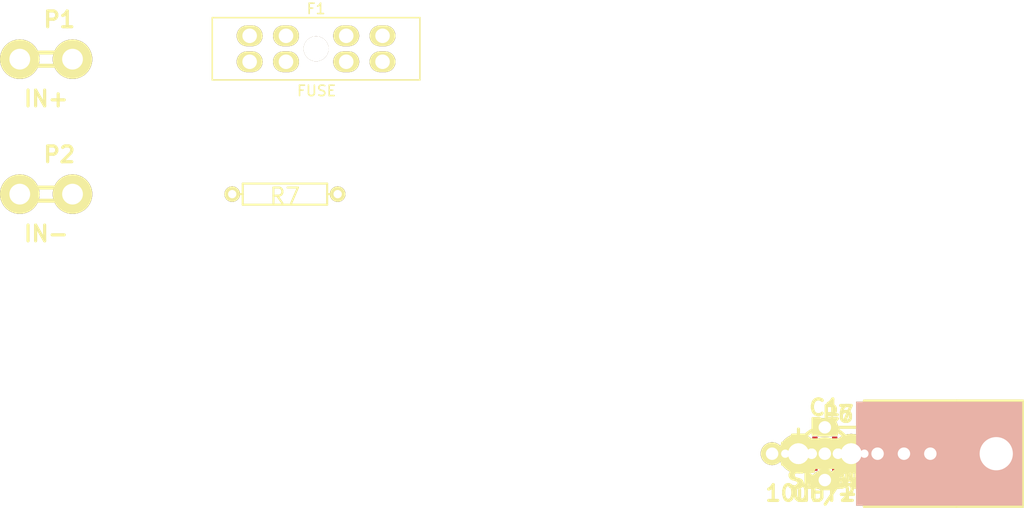
<source format=kicad_pcb>
(kicad_pcb (version 3) (host pcbnew "(2013-07-07 BZR 4022)-stable")

  (general
    (links 41)
    (no_connects 34)
    (area 0 0 0 0)
    (thickness 1.6)
    (drawings 0)
    (tracks 0)
    (zones 0)
    (modules 20)
    (nets 12)
  )

  (page A3)
  (layers
    (15 F.Cu signal)
    (0 B.Cu signal)
    (16 B.Adhes user)
    (17 F.Adhes user)
    (18 B.Paste user)
    (19 F.Paste user)
    (20 B.SilkS user)
    (21 F.SilkS user)
    (22 B.Mask user)
    (23 F.Mask user)
    (24 Dwgs.User user)
    (25 Cmts.User user)
    (26 Eco1.User user)
    (27 Eco2.User user)
    (28 Edge.Cuts user)
  )

  (setup
    (last_trace_width 0.254)
    (trace_clearance 0.254)
    (zone_clearance 0.508)
    (zone_45_only no)
    (trace_min 0.254)
    (segment_width 0.2)
    (edge_width 0.1)
    (via_size 0.889)
    (via_drill 0.635)
    (via_min_size 0.889)
    (via_min_drill 0.508)
    (uvia_size 0.508)
    (uvia_drill 0.127)
    (uvias_allowed no)
    (uvia_min_size 0.508)
    (uvia_min_drill 0.127)
    (pcb_text_width 0.3)
    (pcb_text_size 1.5 1.5)
    (mod_edge_width 0.15)
    (mod_text_size 1 1)
    (mod_text_width 0.15)
    (pad_size 2.2 2.2)
    (pad_drill 1.2)
    (pad_to_mask_clearance 0)
    (aux_axis_origin 0 0)
    (visible_elements 7FFFFFFF)
    (pcbplotparams
      (layerselection 3178497)
      (usegerberextensions true)
      (excludeedgelayer true)
      (linewidth 0.150000)
      (plotframeref false)
      (viasonmask false)
      (mode 1)
      (useauxorigin false)
      (hpglpennumber 1)
      (hpglpenspeed 20)
      (hpglpendiameter 15)
      (hpglpenoverlay 2)
      (psnegative false)
      (psa4output false)
      (plotreference true)
      (plotvalue true)
      (plotothertext true)
      (plotinvisibletext false)
      (padsonsilk false)
      (subtractmaskfromsilk false)
      (outputformat 1)
      (mirror false)
      (drillshape 1)
      (scaleselection 1)
      (outputdirectory ""))
  )

  (net 0 "")
  (net 1 N-000001)
  (net 2 N-0000010)
  (net 3 N-0000011)
  (net 4 N-000002)
  (net 5 N-000003)
  (net 6 N-000004)
  (net 7 N-000005)
  (net 8 N-000006)
  (net 9 N-000007)
  (net 10 N-000008)
  (net 11 N-000009)

  (net_class Default "This is the default net class."
    (clearance 0.254)
    (trace_width 0.254)
    (via_dia 0.889)
    (via_drill 0.635)
    (uvia_dia 0.508)
    (uvia_drill 0.127)
    (add_net "")
    (add_net N-000001)
    (add_net N-0000010)
    (add_net N-0000011)
    (add_net N-000002)
    (add_net N-000003)
    (add_net N-000004)
    (add_net N-000005)
    (add_net N-000006)
    (add_net N-000007)
    (add_net N-000008)
    (add_net N-000009)
  )

  (module TO220 (layer F.Cu) (tedit 525AD924) (tstamp 53DD9E71)
    (at 211 152)
    (descr "Transistor TO 220")
    (tags "TR TO220 DEV")
    (path /53CF3B42)
    (fp_text reference Q1 (at 6.985 0 90) (layer F.SilkS)
      (effects (font (size 1.016 1.016) (thickness 0.2032)))
    )
    (fp_text value IRFZ44VBF (at 10.795 0 90) (layer F.SilkS)
      (effects (font (size 1.016 1.016) (thickness 0.2032)))
    )
    (fp_line (start 0 2.54) (end 3.81 2.54) (layer F.SilkS) (width 0.3))
    (fp_line (start 0 0) (end 3.81 0) (layer F.SilkS) (width 0.3))
    (fp_line (start 0 -2.54) (end 3.81 -2.54) (layer F.SilkS) (width 0.3))
    (fp_line (start 3.81 5.08) (end 19.05 5.08) (layer F.SilkS) (width 0.3048))
    (fp_line (start 19.05 5.08) (end 19.05 -5.08) (layer F.SilkS) (width 0.3048))
    (fp_line (start 19.05 -5.08) (end 3.81 -5.08) (layer F.SilkS) (width 0.3048))
    (fp_line (start 3.81 -5.08) (end 3.81 5.08) (layer F.SilkS) (width 0.3048))
    (fp_line (start 12.7 3.81) (end 12.7 -5.08) (layer F.SilkS) (width 0.3048))
    (fp_line (start 12.7 3.81) (end 12.7 5.08) (layer F.SilkS) (width 0.3048))
    (pad 3 thru_hole oval (at 0 2.54) (size 2.54 1.778) (drill 1.2)
      (layers *.Cu *.Mask F.SilkS)
      (net 8 N-000006)
    )
    (pad 4 thru_hole rect (at 16.51 0) (size 16 10) (drill 3.2 (offset -5.5 0))
      (layers *.SilkS *.Mask F.Cu)
    )
    (pad 1 thru_hole oval (at 0 -2.54) (size 2.54 1.778) (drill 1.2)
      (layers *.Cu *.Mask F.SilkS)
      (net 1 N-000001)
    )
    (pad 2 thru_hole oval (at 0 0) (size 2.54 1.778) (drill 1.2)
      (layers *.Cu *.Mask F.SilkS)
      (net 9 N-000007)
    )
    (model discret/to220_horiz.wrl
      (at (xyz 0 0 0))
      (scale (xyz 1 1 1))
      (rotate (xyz 0 0 0))
    )
  )

  (module SOT23-5 (layer F.Cu) (tedit 4ECF78EF) (tstamp 53DD9E7E)
    (at 211 152)
    (path /53CF33FA)
    (attr smd)
    (fp_text reference U1 (at 2.19964 -0.29972 90) (layer F.SilkS)
      (effects (font (size 0.635 0.635) (thickness 0.127)))
    )
    (fp_text value INA168 (at 0 0) (layer F.SilkS)
      (effects (font (size 0.635 0.635) (thickness 0.127)))
    )
    (fp_line (start 1.524 -0.889) (end 1.524 0.889) (layer F.SilkS) (width 0.127))
    (fp_line (start 1.524 0.889) (end -1.524 0.889) (layer F.SilkS) (width 0.127))
    (fp_line (start -1.524 0.889) (end -1.524 -0.889) (layer F.SilkS) (width 0.127))
    (fp_line (start -1.524 -0.889) (end 1.524 -0.889) (layer F.SilkS) (width 0.127))
    (pad 1 smd rect (at -0.9525 1.27) (size 0.508 0.762)
      (layers F.Cu F.Paste F.Mask)
      (net 5 N-000003)
    )
    (pad 3 smd rect (at 0.9525 1.27) (size 0.508 0.762)
      (layers F.Cu F.Paste F.Mask)
      (net 3 N-0000011)
    )
    (pad 5 smd rect (at -0.9525 -1.27) (size 0.508 0.762)
      (layers F.Cu F.Paste F.Mask)
      (net 6 N-000004)
    )
    (pad 2 smd rect (at 0 1.27) (size 0.508 0.762)
      (layers F.Cu F.Paste F.Mask)
      (net 8 N-000006)
    )
    (pad 4 smd rect (at 0.9525 -1.27) (size 0.508 0.762)
      (layers F.Cu F.Paste F.Mask)
      (net 10 N-000008)
    )
    (model smd/SOT23_5.wrl
      (at (xyz 0 0 0))
      (scale (xyz 0.1 0.1 0.1))
      (rotate (xyz 0 0 0))
    )
  )

  (module R4_5_6 (layer F.Cu) (tedit 53D87375) (tstamp 53DD9E8D)
    (at 211 152)
    (descr "Resitance 4 pas")
    (tags R)
    (path /53CDE5FF)
    (autoplace_cost180 10)
    (fp_text reference R3 (at 0 0) (layer F.SilkS)
      (effects (font (size 1.397 1.27) (thickness 0.2032)))
    )
    (fp_text value R005/1W (at 0 0) (layer F.SilkS) hide
      (effects (font (size 1.397 1.27) (thickness 0.2032)))
    )
    (fp_line (start -5.08 0) (end -4.064 0) (layer F.SilkS) (width 0.3048))
    (fp_line (start -4.064 0) (end -4.064 -1.016) (layer F.SilkS) (width 0.3048))
    (fp_line (start -4.064 -1.016) (end 9.144 -1.016) (layer F.SilkS) (width 0.3048))
    (fp_line (start 9.144 -1.016) (end 9.144 1.016) (layer F.SilkS) (width 0.3048))
    (fp_line (start 9.144 1.016) (end -4.064 1.016) (layer F.SilkS) (width 0.3048))
    (fp_line (start -4.064 1.016) (end -4.064 0) (layer F.SilkS) (width 0.3048))
    (fp_line (start 10.16 0) (end 9.144 0) (layer F.SilkS) (width 0.3048))
    (pad 1 thru_hole circle (at -5.08 0) (size 2.2 2.2) (drill 1.2)
      (layers *.Cu *.Mask F.SilkS)
      (net 3 N-0000011)
    )
    (pad 2 thru_hole circle (at 5.08 0) (size 2.2 2.2) (drill 1.2)
      (layers *.Cu *.Mask F.SilkS)
      (net 10 N-000008)
    )
    (pad 2 thru_hole circle (at 7.62 0) (size 2.2 2.2) (drill 1.2)
      (layers *.Cu *.Mask F.SilkS)
      (net 10 N-000008)
    )
    (pad 2 thru_hole circle (at 10.16 0) (size 2.2 2.2) (drill 1.2)
      (layers *.Cu *.Mask F.SilkS)
      (net 10 N-000008)
    )
    (model discret/resistor.wrl
      (at (xyz 0 0 0))
      (scale (xyz 0.4 0.4 0.4))
      (rotate (xyz 0 0 0))
    )
  )

  (module R4 (layer F.Cu) (tedit 52119F90) (tstamp 53DD9E9A)
    (at 159 127)
    (descr "Resitance 4 pas")
    (tags R)
    (path /53D720B3)
    (autoplace_cost180 10)
    (fp_text reference R7 (at 0 0.18) (layer F.SilkS)
      (effects (font (size 1.5 1.5) (thickness 0.2032)))
    )
    (fp_text value "6K8 (48V)" (at 0 0) (layer F.SilkS) hide
      (effects (font (size 1.397 1.27) (thickness 0.2032)))
    )
    (fp_line (start -5.08 0) (end -4.064 0) (layer F.SilkS) (width 0.2))
    (fp_line (start -4.064 0) (end -4.064 -1.016) (layer F.SilkS) (width 0.2))
    (fp_line (start -4.064 -1.016) (end 4.064 -1.016) (layer F.SilkS) (width 0.2))
    (fp_line (start 4.064 -1.016) (end 4.064 1.016) (layer F.SilkS) (width 0.2))
    (fp_line (start 4.064 1.016) (end -4.064 1.016) (layer F.SilkS) (width 0.2))
    (fp_line (start -4.064 1.016) (end -4.064 0) (layer F.SilkS) (width 0.2))
    (fp_line (start 5.08 0) (end 4.064 0) (layer F.SilkS) (width 0.2))
    (pad 1 thru_hole circle (at -5.08 0) (size 1.5 1.5) (drill 0.8001)
      (layers *.Cu *.Mask F.SilkS)
      (net 3 N-0000011)
    )
    (pad 2 thru_hole circle (at 5.08 0) (size 1.5 1.5) (drill 0.8001)
      (layers *.Cu *.Mask F.SilkS)
      (net 6 N-000004)
    )
    (model discret/resistor.wrl
      (at (xyz 0 0 0))
      (scale (xyz 0.4 0.4 0.4))
      (rotate (xyz 0 0 0))
    )
  )

  (module R4 (layer F.Cu) (tedit 52119F90) (tstamp 53DD9EA7)
    (at 211 152)
    (descr "Resitance 4 pas")
    (tags R)
    (path /53CF3571)
    (autoplace_cost180 10)
    (fp_text reference R1 (at 0 0.18) (layer F.SilkS)
      (effects (font (size 1.5 1.5) (thickness 0.2032)))
    )
    (fp_text value 10K (at 0 0) (layer F.SilkS) hide
      (effects (font (size 1.397 1.27) (thickness 0.2032)))
    )
    (fp_line (start -5.08 0) (end -4.064 0) (layer F.SilkS) (width 0.2))
    (fp_line (start -4.064 0) (end -4.064 -1.016) (layer F.SilkS) (width 0.2))
    (fp_line (start -4.064 -1.016) (end 4.064 -1.016) (layer F.SilkS) (width 0.2))
    (fp_line (start 4.064 -1.016) (end 4.064 1.016) (layer F.SilkS) (width 0.2))
    (fp_line (start 4.064 1.016) (end -4.064 1.016) (layer F.SilkS) (width 0.2))
    (fp_line (start -4.064 1.016) (end -4.064 0) (layer F.SilkS) (width 0.2))
    (fp_line (start 5.08 0) (end 4.064 0) (layer F.SilkS) (width 0.2))
    (pad 1 thru_hole circle (at -5.08 0) (size 1.5 1.5) (drill 0.8001)
      (layers *.Cu *.Mask F.SilkS)
      (net 3 N-0000011)
    )
    (pad 2 thru_hole circle (at 5.08 0) (size 1.5 1.5) (drill 0.8001)
      (layers *.Cu *.Mask F.SilkS)
      (net 7 N-000005)
    )
    (model discret/resistor.wrl
      (at (xyz 0 0 0))
      (scale (xyz 0.4 0.4 0.4))
      (rotate (xyz 0 0 0))
    )
  )

  (module R4 (layer F.Cu) (tedit 52119F90) (tstamp 53DD9EB4)
    (at 211 152)
    (descr "Resitance 4 pas")
    (tags R)
    (path /53CDE53F)
    (autoplace_cost180 10)
    (fp_text reference R5 (at 0 0.18) (layer F.SilkS)
      (effects (font (size 1.5 1.5) (thickness 0.2032)))
    )
    (fp_text value 10R (at 0 0) (layer F.SilkS) hide
      (effects (font (size 1.397 1.27) (thickness 0.2032)))
    )
    (fp_line (start -5.08 0) (end -4.064 0) (layer F.SilkS) (width 0.2))
    (fp_line (start -4.064 0) (end -4.064 -1.016) (layer F.SilkS) (width 0.2))
    (fp_line (start -4.064 -1.016) (end 4.064 -1.016) (layer F.SilkS) (width 0.2))
    (fp_line (start 4.064 -1.016) (end 4.064 1.016) (layer F.SilkS) (width 0.2))
    (fp_line (start 4.064 1.016) (end -4.064 1.016) (layer F.SilkS) (width 0.2))
    (fp_line (start -4.064 1.016) (end -4.064 0) (layer F.SilkS) (width 0.2))
    (fp_line (start 5.08 0) (end 4.064 0) (layer F.SilkS) (width 0.2))
    (pad 1 thru_hole circle (at -5.08 0) (size 1.5 1.5) (drill 0.8001)
      (layers *.Cu *.Mask F.SilkS)
      (net 1 N-000001)
    )
    (pad 2 thru_hole circle (at 5.08 0) (size 1.5 1.5) (drill 0.8001)
      (layers *.Cu *.Mask F.SilkS)
      (net 4 N-000002)
    )
    (model discret/resistor.wrl
      (at (xyz 0 0 0))
      (scale (xyz 0.4 0.4 0.4))
      (rotate (xyz 0 0 0))
    )
  )

  (module R4 (layer F.Cu) (tedit 52119F90) (tstamp 53DD9EC1)
    (at 211 152)
    (descr "Resitance 4 pas")
    (tags R)
    (path /53CDE551)
    (autoplace_cost180 10)
    (fp_text reference R6 (at 0 0.18) (layer F.SilkS)
      (effects (font (size 1.5 1.5) (thickness 0.2032)))
    )
    (fp_text value 100K (at 0 0) (layer F.SilkS) hide
      (effects (font (size 1.397 1.27) (thickness 0.2032)))
    )
    (fp_line (start -5.08 0) (end -4.064 0) (layer F.SilkS) (width 0.2))
    (fp_line (start -4.064 0) (end -4.064 -1.016) (layer F.SilkS) (width 0.2))
    (fp_line (start -4.064 -1.016) (end 4.064 -1.016) (layer F.SilkS) (width 0.2))
    (fp_line (start 4.064 -1.016) (end 4.064 1.016) (layer F.SilkS) (width 0.2))
    (fp_line (start 4.064 1.016) (end -4.064 1.016) (layer F.SilkS) (width 0.2))
    (fp_line (start -4.064 1.016) (end -4.064 0) (layer F.SilkS) (width 0.2))
    (fp_line (start 5.08 0) (end 4.064 0) (layer F.SilkS) (width 0.2))
    (pad 1 thru_hole circle (at -5.08 0) (size 1.5 1.5) (drill 0.8001)
      (layers *.Cu *.Mask F.SilkS)
      (net 8 N-000006)
    )
    (pad 2 thru_hole circle (at 5.08 0) (size 1.5 1.5) (drill 0.8001)
      (layers *.Cu *.Mask F.SilkS)
      (net 4 N-000002)
    )
    (model discret/resistor.wrl
      (at (xyz 0 0 0))
      (scale (xyz 0.4 0.4 0.4))
      (rotate (xyz 0 0 0))
    )
  )

  (module R4 (layer F.Cu) (tedit 52119F90) (tstamp 53DD9ECE)
    (at 211 152)
    (descr "Resitance 4 pas")
    (tags R)
    (path /53CF3429)
    (autoplace_cost180 10)
    (fp_text reference R4 (at 0 0.18) (layer F.SilkS)
      (effects (font (size 1.5 1.5) (thickness 0.2032)))
    )
    (fp_text value 100K (at 0 0) (layer F.SilkS) hide
      (effects (font (size 1.397 1.27) (thickness 0.2032)))
    )
    (fp_line (start -5.08 0) (end -4.064 0) (layer F.SilkS) (width 0.2))
    (fp_line (start -4.064 0) (end -4.064 -1.016) (layer F.SilkS) (width 0.2))
    (fp_line (start -4.064 -1.016) (end 4.064 -1.016) (layer F.SilkS) (width 0.2))
    (fp_line (start 4.064 -1.016) (end 4.064 1.016) (layer F.SilkS) (width 0.2))
    (fp_line (start 4.064 1.016) (end -4.064 1.016) (layer F.SilkS) (width 0.2))
    (fp_line (start -4.064 1.016) (end -4.064 0) (layer F.SilkS) (width 0.2))
    (fp_line (start 5.08 0) (end 4.064 0) (layer F.SilkS) (width 0.2))
    (pad 1 thru_hole circle (at -5.08 0) (size 1.5 1.5) (drill 0.8001)
      (layers *.Cu *.Mask F.SilkS)
      (net 5 N-000003)
    )
    (pad 2 thru_hole circle (at 5.08 0) (size 1.5 1.5) (drill 0.8001)
      (layers *.Cu *.Mask F.SilkS)
      (net 8 N-000006)
    )
    (model discret/resistor.wrl
      (at (xyz 0 0 0))
      (scale (xyz 0.4 0.4 0.4))
      (rotate (xyz 0 0 0))
    )
  )

  (module R4 (layer F.Cu) (tedit 52119F90) (tstamp 53DD9EDB)
    (at 211 152)
    (descr "Resitance 4 pas")
    (tags R)
    (path /53CF353A)
    (autoplace_cost180 10)
    (fp_text reference R2 (at 0 0.18) (layer F.SilkS)
      (effects (font (size 1.5 1.5) (thickness 0.2032)))
    )
    (fp_text value 10K (at 0 0) (layer F.SilkS) hide
      (effects (font (size 1.397 1.27) (thickness 0.2032)))
    )
    (fp_line (start -5.08 0) (end -4.064 0) (layer F.SilkS) (width 0.2))
    (fp_line (start -4.064 0) (end -4.064 -1.016) (layer F.SilkS) (width 0.2))
    (fp_line (start -4.064 -1.016) (end 4.064 -1.016) (layer F.SilkS) (width 0.2))
    (fp_line (start 4.064 -1.016) (end 4.064 1.016) (layer F.SilkS) (width 0.2))
    (fp_line (start 4.064 1.016) (end -4.064 1.016) (layer F.SilkS) (width 0.2))
    (fp_line (start -4.064 1.016) (end -4.064 0) (layer F.SilkS) (width 0.2))
    (fp_line (start 5.08 0) (end 4.064 0) (layer F.SilkS) (width 0.2))
    (pad 1 thru_hole circle (at -5.08 0) (size 1.5 1.5) (drill 0.8001)
      (layers *.Cu *.Mask F.SilkS)
      (net 11 N-000009)
    )
    (pad 2 thru_hole circle (at 5.08 0) (size 1.5 1.5) (drill 0.8001)
      (layers *.Cu *.Mask F.SilkS)
      (net 3 N-0000011)
    )
    (model discret/resistor.wrl
      (at (xyz 0 0 0))
      (scale (xyz 0.4 0.4 0.4))
      (rotate (xyz 0 0 0))
    )
  )

  (module LED3 (layer F.Cu) (tedit 52119A71) (tstamp 53DD9EE5)
    (at 211 152)
    (path /53CF3580)
    (fp_text reference D1 (at 0 -2.5) (layer F.SilkS)
      (effects (font (size 1.5 1.5) (thickness 0.2)))
    )
    (fp_text value LED (at 0 3) (layer F.SilkS) hide
      (effects (font (size 1.5 1.5) (thickness 0.2)))
    )
    (fp_line (start 1 1.5) (end 2 1.5) (layer F.SilkS) (width 0.2))
    (fp_line (start -1.5 1) (end -1.5 2) (layer F.SilkS) (width 0.2))
    (fp_line (start -2 1.5) (end -1 1.5) (layer F.SilkS) (width 0.2))
    (fp_circle (center 0 0) (end -1.5 0) (layer F.SilkS) (width 0.2))
    (pad 1 thru_hole circle (at -1.27 0) (size 1.5 1.5) (drill 0.8)
      (layers *.Cu *.Mask F.SilkS)
      (net 11 N-000009)
    )
    (pad 2 thru_hole circle (at 1.27 0) (size 1.5 1.5) (drill 0.8)
      (layers *.Cu *.Mask F.SilkS)
      (net 9 N-000007)
    )
  )

  (module HEADER_6.3 (layer F.Cu) (tedit 4AD451B5) (tstamp 53DD9EEF)
    (at 136 114)
    (path /53CDE287)
    (fp_text reference P1 (at 1.27 -3.81) (layer F.SilkS)
      (effects (font (size 1.524 1.524) (thickness 0.3048)))
    )
    (fp_text value IN+ (at 0 3.81) (layer F.SilkS)
      (effects (font (size 1.524 1.524) (thickness 0.3048)))
    )
    (fp_line (start 3.175 0.635) (end -3.175 0.635) (layer F.SilkS) (width 0.381))
    (fp_line (start -3.175 -0.635) (end 3.175 -0.635) (layer F.SilkS) (width 0.381))
    (fp_line (start -3.175 -0.635) (end -3.175 0.635) (layer F.SilkS) (width 0.381))
    (fp_line (start 3.175 0.635) (end 3.175 -0.635) (layer F.SilkS) (width 0.381))
    (pad 1 thru_hole circle (at -2.54 0) (size 3.81 3.81) (drill 1.99898)
      (layers *.Cu *.Mask F.SilkS)
      (net 2 N-0000010)
    )
    (pad 1 thru_hole circle (at 2.54 0) (size 3.81 3.81) (drill 1.99898)
      (layers *.Cu *.Mask F.SilkS)
      (net 2 N-0000010)
    )
  )

  (module HEADER_6.3 (layer F.Cu) (tedit 4AD451B5) (tstamp 53DD9EF9)
    (at 136 127)
    (path /53CDE2B8)
    (fp_text reference P2 (at 1.27 -3.81) (layer F.SilkS)
      (effects (font (size 1.524 1.524) (thickness 0.3048)))
    )
    (fp_text value IN- (at 0 3.81) (layer F.SilkS)
      (effects (font (size 1.524 1.524) (thickness 0.3048)))
    )
    (fp_line (start 3.175 0.635) (end -3.175 0.635) (layer F.SilkS) (width 0.381))
    (fp_line (start -3.175 -0.635) (end 3.175 -0.635) (layer F.SilkS) (width 0.381))
    (fp_line (start -3.175 -0.635) (end -3.175 0.635) (layer F.SilkS) (width 0.381))
    (fp_line (start 3.175 0.635) (end 3.175 -0.635) (layer F.SilkS) (width 0.381))
    (pad 1 thru_hole circle (at -2.54 0) (size 3.81 3.81) (drill 1.99898)
      (layers *.Cu *.Mask F.SilkS)
      (net 8 N-000006)
    )
    (pad 1 thru_hole circle (at 2.54 0) (size 3.81 3.81) (drill 1.99898)
      (layers *.Cu *.Mask F.SilkS)
      (net 8 N-000006)
    )
  )

  (module HEADER_6.3 (layer F.Cu) (tedit 4AD451B5) (tstamp 53DD9F03)
    (at 211 152)
    (path /53CDE2A9)
    (fp_text reference P7 (at 1.27 -3.81) (layer F.SilkS)
      (effects (font (size 1.524 1.524) (thickness 0.3048)))
    )
    (fp_text value OUT- (at 0 3.81) (layer F.SilkS)
      (effects (font (size 1.524 1.524) (thickness 0.3048)))
    )
    (fp_line (start 3.175 0.635) (end -3.175 0.635) (layer F.SilkS) (width 0.381))
    (fp_line (start -3.175 -0.635) (end 3.175 -0.635) (layer F.SilkS) (width 0.381))
    (fp_line (start -3.175 -0.635) (end -3.175 0.635) (layer F.SilkS) (width 0.381))
    (fp_line (start 3.175 0.635) (end 3.175 -0.635) (layer F.SilkS) (width 0.381))
    (pad 1 thru_hole circle (at -2.54 0) (size 3.81 3.81) (drill 1.99898)
      (layers *.Cu *.Mask F.SilkS)
      (net 9 N-000007)
    )
    (pad 1 thru_hole circle (at 2.54 0) (size 3.81 3.81) (drill 1.99898)
      (layers *.Cu *.Mask F.SilkS)
      (net 9 N-000007)
    )
  )

  (module HEADER_6.3 (layer F.Cu) (tedit 4AD451B5) (tstamp 53DD9F0D)
    (at 211 152)
    (path /53CDE29A)
    (fp_text reference P6 (at 1.27 -3.81) (layer F.SilkS)
      (effects (font (size 1.524 1.524) (thickness 0.3048)))
    )
    (fp_text value OUT+ (at 0 3.81) (layer F.SilkS)
      (effects (font (size 1.524 1.524) (thickness 0.3048)))
    )
    (fp_line (start 3.175 0.635) (end -3.175 0.635) (layer F.SilkS) (width 0.381))
    (fp_line (start -3.175 -0.635) (end 3.175 -0.635) (layer F.SilkS) (width 0.381))
    (fp_line (start -3.175 -0.635) (end -3.175 0.635) (layer F.SilkS) (width 0.381))
    (fp_line (start 3.175 0.635) (end 3.175 -0.635) (layer F.SilkS) (width 0.381))
    (pad 1 thru_hole circle (at -2.54 0) (size 3.81 3.81) (drill 1.99898)
      (layers *.Cu *.Mask F.SilkS)
      (net 10 N-000008)
    )
    (pad 1 thru_hole circle (at 2.54 0) (size 3.81 3.81) (drill 1.99898)
      (layers *.Cu *.Mask F.SilkS)
      (net 10 N-000008)
    )
  )

  (module HDR-2 (layer F.Cu) (tedit 51CBC256) (tstamp 53DD9F17)
    (at 211 152)
    (path /53CF35CD)
    (fp_text reference P3 (at 0 -2.54) (layer F.SilkS)
      (effects (font (size 1.524 1.524) (thickness 0.3048)))
    )
    (fp_text value LED (at 0 2.54) (layer F.SilkS)
      (effects (font (size 1.524 1.524) (thickness 0.3048)))
    )
    (fp_line (start -2.54 1.27) (end 2.54 1.27) (layer F.SilkS) (width 0.39878))
    (fp_line (start -2.54 -1.27) (end 2.54 -1.27) (layer F.SilkS) (width 0.39878))
    (fp_line (start 2.54 -1.27) (end 2.54 1.27) (layer F.SilkS) (width 0.39878))
    (fp_line (start -2.54 -1.27) (end -2.54 1.27) (layer F.SilkS) (width 0.381))
    (pad 1 thru_hole circle (at -1.27 0) (size 1.69926 1.69926) (drill 1.00076)
      (layers *.Cu *.Mask F.SilkS)
      (net 7 N-000005)
    )
    (pad 2 thru_hole circle (at 1.27 0) (size 1.69926 1.69926) (drill 1.00076)
      (layers *.Cu *.Mask F.SilkS)
      (net 9 N-000007)
    )
  )

  (module HDR-2 (layer F.Cu) (tedit 51CBC256) (tstamp 53DD9F21)
    (at 211 152)
    (path /53CF3644)
    (fp_text reference P4 (at 0 -2.54) (layer F.SilkS)
      (effects (font (size 1.524 1.524) (thickness 0.3048)))
    )
    (fp_text value SW_IN (at 0 2.54) (layer F.SilkS)
      (effects (font (size 1.524 1.524) (thickness 0.3048)))
    )
    (fp_line (start -2.54 1.27) (end 2.54 1.27) (layer F.SilkS) (width 0.39878))
    (fp_line (start -2.54 -1.27) (end 2.54 -1.27) (layer F.SilkS) (width 0.39878))
    (fp_line (start 2.54 -1.27) (end 2.54 1.27) (layer F.SilkS) (width 0.39878))
    (fp_line (start -2.54 -1.27) (end -2.54 1.27) (layer F.SilkS) (width 0.381))
    (pad 1 thru_hole circle (at -1.27 0) (size 1.69926 1.69926) (drill 1.00076)
      (layers *.Cu *.Mask F.SilkS)
      (net 4 N-000002)
    )
    (pad 2 thru_hole circle (at 1.27 0) (size 1.69926 1.69926) (drill 1.00076)
      (layers *.Cu *.Mask F.SilkS)
      (net 8 N-000006)
    )
  )

  (module HDR-2 (layer F.Cu) (tedit 51CBC256) (tstamp 53DD9F2B)
    (at 211 152)
    (path /53CF3653)
    (fp_text reference P5 (at 0 -2.54) (layer F.SilkS)
      (effects (font (size 1.524 1.524) (thickness 0.3048)))
    )
    (fp_text value SENSE (at 0 2.54) (layer F.SilkS)
      (effects (font (size 1.524 1.524) (thickness 0.3048)))
    )
    (fp_line (start -2.54 1.27) (end 2.54 1.27) (layer F.SilkS) (width 0.39878))
    (fp_line (start -2.54 -1.27) (end 2.54 -1.27) (layer F.SilkS) (width 0.39878))
    (fp_line (start 2.54 -1.27) (end 2.54 1.27) (layer F.SilkS) (width 0.39878))
    (fp_line (start -2.54 -1.27) (end -2.54 1.27) (layer F.SilkS) (width 0.381))
    (pad 1 thru_hole circle (at -1.27 0) (size 1.69926 1.69926) (drill 1.00076)
      (layers *.Cu *.Mask F.SilkS)
      (net 5 N-000003)
    )
    (pad 2 thru_hole circle (at 1.27 0) (size 1.69926 1.69926) (drill 1.00076)
      (layers *.Cu *.Mask F.SilkS)
      (net 8 N-000006)
    )
  )

  (module D3 (layer F.Cu) (tedit 525A75FB) (tstamp 53DD9F3B)
    (at 211 152)
    (descr "Diode 3 pas")
    (tags "DIODE DEV")
    (path /53D720F2)
    (fp_text reference D2 (at 0 0) (layer F.SilkS)
      (effects (font (size 1.016 1.016) (thickness 0.2032)))
    )
    (fp_text value BZX55C15 (at 0 0) (layer F.SilkS) hide
      (effects (font (size 1.016 1.016) (thickness 0.2032)))
    )
    (fp_line (start 3.81 0) (end 3.048 0) (layer F.SilkS) (width 0.3048))
    (fp_line (start 3.048 0) (end 3.048 -1.016) (layer F.SilkS) (width 0.3048))
    (fp_line (start 3.048 -1.016) (end -3.048 -1.016) (layer F.SilkS) (width 0.3048))
    (fp_line (start -3.048 -1.016) (end -3.048 0) (layer F.SilkS) (width 0.3048))
    (fp_line (start -3.048 0) (end -3.81 0) (layer F.SilkS) (width 0.3048))
    (fp_line (start -3.048 0) (end -3.048 1.016) (layer F.SilkS) (width 0.3048))
    (fp_line (start -3.048 1.016) (end 3.048 1.016) (layer F.SilkS) (width 0.3048))
    (fp_line (start 3.048 1.016) (end 3.048 0) (layer F.SilkS) (width 0.3048))
    (fp_line (start 2.54 -1.016) (end 2.54 1.016) (layer F.SilkS) (width 0.3048))
    (fp_line (start 2.286 1.016) (end 2.286 -1.016) (layer F.SilkS) (width 0.3048))
    (pad 2 thru_hole circle (at 3.81 0) (size 1.778 1.778) (drill 0.8001)
      (layers *.Cu *.Mask F.SilkS)
      (net 6 N-000004)
    )
    (pad 1 thru_hole circle (at -3.81 0) (size 1.778 1.778) (drill 0.8001)
      (layers *.Cu *.Mask F.SilkS)
      (net 8 N-000006)
    )
    (model discret/diode.wrl
      (at (xyz 0 0 0))
      (scale (xyz 0.3 0.3 0.3))
      (rotate (xyz 0 0 0))
    )
  )

  (module C1P_D2 (layer F.Cu) (tedit 4AE028F3) (tstamp 53DD9F43)
    (at 211 152)
    (path /53D721FC)
    (fp_text reference C1 (at 0 -4.445) (layer F.SilkS)
      (effects (font (size 1.524 1.524) (thickness 0.3048)))
    )
    (fp_text value 10uF/25V (at 0 3.81) (layer F.SilkS)
      (effects (font (size 1.524 1.524) (thickness 0.3048)))
    )
    (fp_text user + (at -2.54 -1.905) (layer F.SilkS)
      (effects (font (size 1.524 1.524) (thickness 0.3048)))
    )
    (fp_circle (center 0 0) (end 2.54 0) (layer F.SilkS) (width 0.381))
    (pad 1 thru_hole circle (at -1.27 0) (size 2.032 2.032) (drill 0.8001)
      (layers *.Cu *.Mask F.SilkS)
      (net 6 N-000004)
    )
    (pad 2 thru_hole circle (at 1.27 0) (size 2.032 2.032) (drill 0.8001)
      (layers *.Cu *.Mask F.SilkS)
      (net 8 N-000006)
    )
  )

  (module AUTOFUSE (layer F.Cu) (tedit 53D7251A) (tstamp 53DD9F54)
    (at 162 113)
    (path /53CDE417)
    (fp_text reference F1 (at 0 -3.85) (layer F.SilkS)
      (effects (font (size 1 1) (thickness 0.15)))
    )
    (fp_text value FUSE (at 0.05 4.05) (layer F.SilkS)
      (effects (font (size 1 1) (thickness 0.15)))
    )
    (fp_line (start -10 -3) (end -10 3) (layer F.SilkS) (width 0.15))
    (fp_line (start -10 3) (end 10 3) (layer F.SilkS) (width 0.15))
    (fp_line (start 10 3) (end 10 -3) (layer F.SilkS) (width 0.15))
    (fp_line (start 10 -3) (end -10 -3) (layer F.SilkS) (width 0.15))
    (pad "" thru_hole circle (at 0 0) (size 2.4 2.4) (drill 2.4)
      (layers *.Cu *.Mask F.SilkS)
    )
    (pad 1 thru_hole oval (at -2.9 -1.25) (size 2.5 2) (drill 1.4)
      (layers *.Cu *.Mask F.SilkS)
      (net 2 N-0000010)
    )
    (pad 1 thru_hole oval (at -2.9 1.25) (size 2.5 2) (drill 1.4)
      (layers *.Cu *.Mask F.SilkS)
      (net 2 N-0000010)
    )
    (pad 1 thru_hole oval (at -6.4 -1.25) (size 2.5 2) (drill 1.4)
      (layers *.Cu *.Mask F.SilkS)
      (net 2 N-0000010)
    )
    (pad 1 thru_hole oval (at -6.4 1.25) (size 2.5 2) (drill 1.4)
      (layers *.Cu *.Mask F.SilkS)
      (net 2 N-0000010)
    )
    (pad 2 thru_hole oval (at 2.9 -1.25) (size 2.5 2) (drill 1.4)
      (layers *.Cu *.Mask F.SilkS)
      (net 3 N-0000011)
    )
    (pad 2 thru_hole oval (at 2.9 1.25) (size 2.5 2) (drill 1.4)
      (layers *.Cu *.Mask F.SilkS)
      (net 3 N-0000011)
    )
    (pad 2 thru_hole oval (at 6.4 1.25) (size 2.5 2) (drill 1.4)
      (layers *.Cu *.Mask F.SilkS)
      (net 3 N-0000011)
    )
    (pad 2 thru_hole oval (at 6.4 -1.25) (size 2.5 2) (drill 1.4)
      (layers *.Cu *.Mask F.SilkS)
      (net 3 N-0000011)
    )
  )

)

</source>
